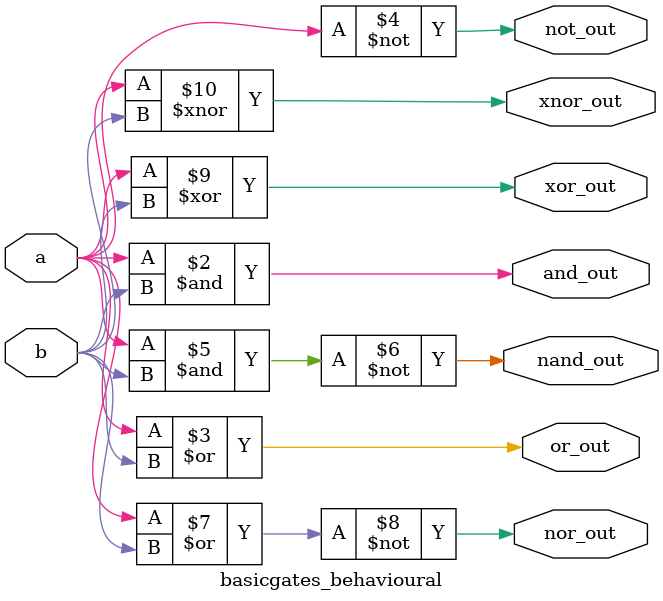
<source format=v>
`timescale 1ns / 1ps


module basicgates_behavioural(input a,b,output reg and_out,or_out,not_out,nand_out,nor_out,xor_out,xnor_out);
always @(a or b)begin
and_out  = a & b;
or_out   = a | b;
not_out  = ~a;      
nand_out = ~(a & b);
nor_out  = ~(a | b);
xor_out  = a ^ b;
xnor_out = a ~^ b;
end
endmodule

</source>
